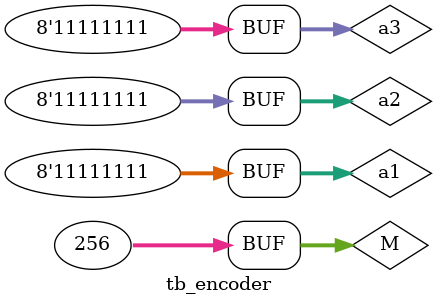
<source format=v>
`timescale 1ns / 1ps


module tb_encoder();
  reg [7:0] a1;
  reg [7:0] a2;
  reg [7:0] a3;
  integer M;
  wire [2:0] out1;
  wire [2:0] out2;
  wire [2:0] out3;
  wire valid1;
  wire valid2;
  wire valid3;
  IF_ENC8_3 DUT1(a1, out1, valid1);
  FOR_ENC8_3 DUT2(a2,out2, valid2);
  CASEZ_ENC8_3 DUT3(a3,out3, valid3);

  initial begin
    for(M=0; M <256; M = M +1)
    begin
      #5
      a1 = M;
      a2 = M;
      a3 = M;
      if(valid1 != 1)
      begin 
        $display("IF Encoder: Simulation does not work. Invalid input/output");
      end
      else
      if(valid1 == 1)
      begin 
        $display("IF Encoder: Simulation worked");
      end
      if(valid2 != 1)
      begin 
        $display("FOR Encoder: Simulation does not work. Invalid input/output");
      end
      else
      if(valid2 == 1)
      begin 
        $display("FOR Encoder: Simulation worked");
      end
      if(valid3 != 1)
      begin 
        $display("CASEZ Encoder: Simulation does not work. Invalid input/output");
      end
      else
      if(valid3 == 1)
      begin 
        $display("CASEZ Encoder: Simulation worked");
      end
    end 
  end
endmodule

</source>
